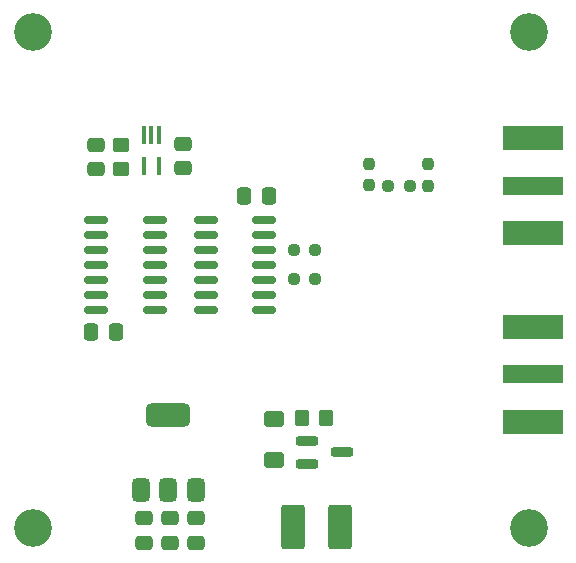
<source format=gts>
G04 #@! TF.GenerationSoftware,KiCad,Pcbnew,9.0.1*
G04 #@! TF.CreationDate,2025-06-27T23:51:54+02:00*
G04 #@! TF.ProjectId,NPI,4e50492e-6b69-4636-9164-5f7063625858,rev?*
G04 #@! TF.SameCoordinates,Original*
G04 #@! TF.FileFunction,Soldermask,Top*
G04 #@! TF.FilePolarity,Negative*
%FSLAX46Y46*%
G04 Gerber Fmt 4.6, Leading zero omitted, Abs format (unit mm)*
G04 Created by KiCad (PCBNEW 9.0.1) date 2025-06-27 23:51:54*
%MOMM*%
%LPD*%
G01*
G04 APERTURE LIST*
G04 Aperture macros list*
%AMRoundRect*
0 Rectangle with rounded corners*
0 $1 Rounding radius*
0 $2 $3 $4 $5 $6 $7 $8 $9 X,Y pos of 4 corners*
0 Add a 4 corners polygon primitive as box body*
4,1,4,$2,$3,$4,$5,$6,$7,$8,$9,$2,$3,0*
0 Add four circle primitives for the rounded corners*
1,1,$1+$1,$2,$3*
1,1,$1+$1,$4,$5*
1,1,$1+$1,$6,$7*
1,1,$1+$1,$8,$9*
0 Add four rect primitives between the rounded corners*
20,1,$1+$1,$2,$3,$4,$5,0*
20,1,$1+$1,$4,$5,$6,$7,0*
20,1,$1+$1,$6,$7,$8,$9,0*
20,1,$1+$1,$8,$9,$2,$3,0*%
G04 Aperture macros list end*
%ADD10RoundRect,0.237500X-0.237500X0.250000X-0.237500X-0.250000X0.237500X-0.250000X0.237500X0.250000X0*%
%ADD11R,5.080000X2.000000*%
%ADD12R,5.080000X1.500000*%
%ADD13C,3.200000*%
%ADD14RoundRect,0.375000X0.375000X-0.625000X0.375000X0.625000X-0.375000X0.625000X-0.375000X-0.625000X0*%
%ADD15RoundRect,0.500000X1.400000X-0.500000X1.400000X0.500000X-1.400000X0.500000X-1.400000X-0.500000X0*%
%ADD16RoundRect,0.150000X0.825000X0.150000X-0.825000X0.150000X-0.825000X-0.150000X0.825000X-0.150000X0*%
%ADD17RoundRect,0.150000X-0.825000X-0.150000X0.825000X-0.150000X0.825000X0.150000X-0.825000X0.150000X0*%
%ADD18RoundRect,0.100000X-0.100000X0.650000X-0.100000X-0.650000X0.100000X-0.650000X0.100000X0.650000X0*%
%ADD19RoundRect,0.250000X0.750000X-1.650000X0.750000X1.650000X-0.750000X1.650000X-0.750000X-1.650000X0*%
%ADD20RoundRect,0.250000X0.350000X0.450000X-0.350000X0.450000X-0.350000X-0.450000X0.350000X-0.450000X0*%
%ADD21RoundRect,0.237500X-0.250000X-0.237500X0.250000X-0.237500X0.250000X0.237500X-0.250000X0.237500X0*%
%ADD22RoundRect,0.250000X-0.450000X0.350000X-0.450000X-0.350000X0.450000X-0.350000X0.450000X0.350000X0*%
%ADD23RoundRect,0.200000X-0.750000X-0.200000X0.750000X-0.200000X0.750000X0.200000X-0.750000X0.200000X0*%
%ADD24RoundRect,0.250000X0.600000X-0.400000X0.600000X0.400000X-0.600000X0.400000X-0.600000X-0.400000X0*%
%ADD25RoundRect,0.250000X-0.475000X0.337500X-0.475000X-0.337500X0.475000X-0.337500X0.475000X0.337500X0*%
%ADD26RoundRect,0.250000X0.337500X0.475000X-0.337500X0.475000X-0.337500X-0.475000X0.337500X-0.475000X0*%
%ADD27RoundRect,0.250000X-0.337500X-0.475000X0.337500X-0.475000X0.337500X0.475000X-0.337500X0.475000X0*%
%ADD28RoundRect,0.250000X0.475000X-0.337500X0.475000X0.337500X-0.475000X0.337500X-0.475000X-0.337500X0*%
G04 APERTURE END LIST*
D10*
X74512500Y-109012500D03*
X74512500Y-107187500D03*
X69462500Y-108987500D03*
X69462500Y-107162500D03*
D11*
X83337500Y-113000000D03*
X83337500Y-105000000D03*
D12*
X83337500Y-109000000D03*
D13*
X83000000Y-96000000D03*
X83000000Y-138000000D03*
X41000000Y-138000000D03*
X41000000Y-96000000D03*
D12*
X83337500Y-125000000D03*
D11*
X83337500Y-121000000D03*
X83337500Y-129000000D03*
D14*
X50200000Y-134750000D03*
X52500000Y-134750000D03*
D15*
X52500000Y-128450000D03*
D14*
X54800000Y-134750000D03*
D16*
X51325000Y-119510000D03*
X51325000Y-118240000D03*
X51325000Y-116970000D03*
X51325000Y-115700000D03*
X51325000Y-114430000D03*
X51325000Y-113160000D03*
X51325000Y-111890000D03*
X46375000Y-111890000D03*
X46375000Y-113160000D03*
X46375000Y-114430000D03*
X46375000Y-115700000D03*
X46375000Y-116970000D03*
X46375000Y-118240000D03*
X46375000Y-119510000D03*
D17*
X55650000Y-111880000D03*
X55650000Y-113150000D03*
X55650000Y-114420000D03*
X55650000Y-115690000D03*
X55650000Y-116960000D03*
X55650000Y-118230000D03*
X55650000Y-119500000D03*
X60600000Y-119500000D03*
X60600000Y-118230000D03*
X60600000Y-116960000D03*
X60600000Y-115690000D03*
X60600000Y-114420000D03*
X60600000Y-113150000D03*
X60600000Y-111880000D03*
D18*
X51700000Y-104685000D03*
X51050000Y-104685000D03*
X50400000Y-104685000D03*
X50400000Y-107345000D03*
X51700000Y-107345000D03*
D19*
X67000000Y-137900000D03*
X63050000Y-137900000D03*
D20*
X65800000Y-128700000D03*
X63800000Y-128700000D03*
D21*
X71087500Y-109000000D03*
X72912500Y-109000000D03*
X63087500Y-116950000D03*
X64912500Y-116950000D03*
X63087500Y-114450000D03*
X64912500Y-114450000D03*
D22*
X48500000Y-105585000D03*
X48500000Y-107585000D03*
D23*
X64200000Y-130650000D03*
X64200000Y-132550000D03*
X67200000Y-131600000D03*
D24*
X61400000Y-132250000D03*
X61400000Y-128750000D03*
D25*
X54800000Y-137162500D03*
X54800000Y-139237500D03*
X50400000Y-137162500D03*
X50400000Y-139237500D03*
X52600000Y-137162500D03*
X52600000Y-139237500D03*
D26*
X60987500Y-109900000D03*
X58912500Y-109900000D03*
D27*
X45962500Y-121430000D03*
X48037500Y-121430000D03*
D28*
X53700000Y-107560000D03*
X53700000Y-105485000D03*
D25*
X46400000Y-105547500D03*
X46400000Y-107622500D03*
M02*

</source>
